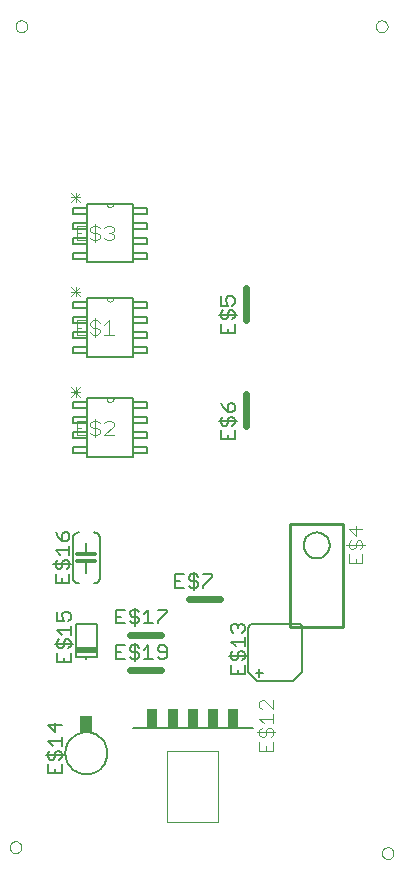
<source format=gto>
G75*
%MOIN*%
%OFA0B0*%
%FSLAX24Y24*%
%IPPOS*%
%LPD*%
%AMOC8*
5,1,8,0,0,1.08239X$1,22.5*
%
%ADD10C,0.0000*%
%ADD11C,0.0100*%
%ADD12C,0.0060*%
%ADD13C,0.0040*%
%ADD14C,0.0080*%
%ADD15R,0.0380X0.0660*%
%ADD16C,0.0038*%
%ADD17C,0.0050*%
%ADD18R,0.0700X0.0200*%
%ADD19C,0.0240*%
%ADD20R,0.0420X0.0540*%
%ADD21C,0.0120*%
%ADD22C,0.0030*%
D10*
X002383Y002580D02*
X002385Y002607D01*
X002391Y002634D01*
X002400Y002660D01*
X002413Y002684D01*
X002429Y002707D01*
X002448Y002726D01*
X002470Y002743D01*
X002494Y002757D01*
X002519Y002767D01*
X002546Y002774D01*
X002573Y002777D01*
X002601Y002776D01*
X002628Y002771D01*
X002654Y002763D01*
X002678Y002751D01*
X002701Y002735D01*
X002722Y002717D01*
X002739Y002696D01*
X002754Y002672D01*
X002765Y002647D01*
X002773Y002621D01*
X002777Y002594D01*
X002777Y002566D01*
X002773Y002539D01*
X002765Y002513D01*
X002754Y002488D01*
X002739Y002464D01*
X002722Y002443D01*
X002701Y002425D01*
X002679Y002409D01*
X002654Y002397D01*
X002628Y002389D01*
X002601Y002384D01*
X002573Y002383D01*
X002546Y002386D01*
X002519Y002393D01*
X002494Y002403D01*
X002470Y002417D01*
X002448Y002434D01*
X002429Y002453D01*
X002413Y002476D01*
X002400Y002500D01*
X002391Y002526D01*
X002385Y002553D01*
X002383Y002580D01*
X005610Y017537D02*
X005613Y017516D01*
X005619Y017496D01*
X005629Y017478D01*
X005641Y017461D01*
X005657Y017447D01*
X005674Y017436D01*
X005694Y017428D01*
X005714Y017423D01*
X005735Y017422D01*
X005756Y017425D01*
X005776Y017431D01*
X005794Y017441D01*
X005811Y017453D01*
X005825Y017469D01*
X005836Y017486D01*
X005844Y017506D01*
X005849Y017526D01*
X005850Y017547D01*
X005610Y020883D02*
X005613Y020862D01*
X005619Y020842D01*
X005629Y020824D01*
X005641Y020807D01*
X005657Y020793D01*
X005674Y020782D01*
X005694Y020774D01*
X005714Y020769D01*
X005735Y020768D01*
X005756Y020771D01*
X005776Y020777D01*
X005794Y020787D01*
X005811Y020799D01*
X005825Y020815D01*
X005836Y020832D01*
X005844Y020852D01*
X005849Y020872D01*
X005850Y020893D01*
X005610Y024033D02*
X005613Y024012D01*
X005619Y023992D01*
X005629Y023974D01*
X005641Y023957D01*
X005657Y023943D01*
X005674Y023932D01*
X005694Y023924D01*
X005714Y023919D01*
X005735Y023918D01*
X005756Y023921D01*
X005776Y023927D01*
X005794Y023937D01*
X005811Y023949D01*
X005825Y023965D01*
X005836Y023982D01*
X005844Y024002D01*
X005849Y024022D01*
X005850Y024043D01*
X002580Y029943D02*
X002582Y029970D01*
X002588Y029997D01*
X002597Y030023D01*
X002610Y030047D01*
X002626Y030070D01*
X002645Y030089D01*
X002667Y030106D01*
X002691Y030120D01*
X002716Y030130D01*
X002743Y030137D01*
X002770Y030140D01*
X002798Y030139D01*
X002825Y030134D01*
X002851Y030126D01*
X002875Y030114D01*
X002898Y030098D01*
X002919Y030080D01*
X002936Y030059D01*
X002951Y030035D01*
X002962Y030010D01*
X002970Y029984D01*
X002974Y029957D01*
X002974Y029929D01*
X002970Y029902D01*
X002962Y029876D01*
X002951Y029851D01*
X002936Y029827D01*
X002919Y029806D01*
X002898Y029788D01*
X002876Y029772D01*
X002851Y029760D01*
X002825Y029752D01*
X002798Y029747D01*
X002770Y029746D01*
X002743Y029749D01*
X002716Y029756D01*
X002691Y029766D01*
X002667Y029780D01*
X002645Y029797D01*
X002626Y029816D01*
X002610Y029839D01*
X002597Y029863D01*
X002588Y029889D01*
X002582Y029916D01*
X002580Y029943D01*
X014588Y029943D02*
X014590Y029970D01*
X014596Y029997D01*
X014605Y030023D01*
X014618Y030047D01*
X014634Y030070D01*
X014653Y030089D01*
X014675Y030106D01*
X014699Y030120D01*
X014724Y030130D01*
X014751Y030137D01*
X014778Y030140D01*
X014806Y030139D01*
X014833Y030134D01*
X014859Y030126D01*
X014883Y030114D01*
X014906Y030098D01*
X014927Y030080D01*
X014944Y030059D01*
X014959Y030035D01*
X014970Y030010D01*
X014978Y029984D01*
X014982Y029957D01*
X014982Y029929D01*
X014978Y029902D01*
X014970Y029876D01*
X014959Y029851D01*
X014944Y029827D01*
X014927Y029806D01*
X014906Y029788D01*
X014884Y029772D01*
X014859Y029760D01*
X014833Y029752D01*
X014806Y029747D01*
X014778Y029746D01*
X014751Y029749D01*
X014724Y029756D01*
X014699Y029766D01*
X014675Y029780D01*
X014653Y029797D01*
X014634Y029816D01*
X014618Y029839D01*
X014605Y029863D01*
X014596Y029889D01*
X014590Y029916D01*
X014588Y029943D01*
X014785Y002383D02*
X014787Y002410D01*
X014793Y002437D01*
X014802Y002463D01*
X014815Y002487D01*
X014831Y002510D01*
X014850Y002529D01*
X014872Y002546D01*
X014896Y002560D01*
X014921Y002570D01*
X014948Y002577D01*
X014975Y002580D01*
X015003Y002579D01*
X015030Y002574D01*
X015056Y002566D01*
X015080Y002554D01*
X015103Y002538D01*
X015124Y002520D01*
X015141Y002499D01*
X015156Y002475D01*
X015167Y002450D01*
X015175Y002424D01*
X015179Y002397D01*
X015179Y002369D01*
X015175Y002342D01*
X015167Y002316D01*
X015156Y002291D01*
X015141Y002267D01*
X015124Y002246D01*
X015103Y002228D01*
X015081Y002212D01*
X015056Y002200D01*
X015030Y002192D01*
X015003Y002187D01*
X014975Y002186D01*
X014948Y002189D01*
X014921Y002196D01*
X014896Y002206D01*
X014872Y002220D01*
X014850Y002237D01*
X014831Y002256D01*
X014815Y002279D01*
X014802Y002303D01*
X014793Y002329D01*
X014787Y002356D01*
X014785Y002383D01*
D11*
X013506Y009923D02*
X011734Y009923D01*
X011734Y013348D01*
X013506Y013348D01*
X013506Y009923D01*
D12*
X012142Y009876D02*
X012142Y008426D01*
X011842Y008126D01*
X010642Y008126D01*
X010342Y008426D01*
X010342Y009876D01*
X010344Y009899D01*
X010349Y009922D01*
X010358Y009944D01*
X010371Y009964D01*
X010386Y009982D01*
X010404Y009997D01*
X010424Y010010D01*
X010446Y010019D01*
X010469Y010024D01*
X010492Y010026D01*
X011992Y010026D01*
X012015Y010024D01*
X012038Y010019D01*
X012060Y010010D01*
X012080Y009997D01*
X012098Y009982D01*
X012113Y009964D01*
X012126Y009944D01*
X012135Y009922D01*
X012140Y009899D01*
X012142Y009876D01*
X010832Y008376D02*
X010582Y008376D01*
X010702Y008506D02*
X010702Y008246D01*
X012186Y012639D02*
X012188Y012680D01*
X012194Y012721D01*
X012204Y012761D01*
X012217Y012800D01*
X012234Y012838D01*
X012255Y012874D01*
X012279Y012907D01*
X012306Y012938D01*
X012336Y012967D01*
X012368Y012993D01*
X012403Y013015D01*
X012440Y013034D01*
X012478Y013049D01*
X012518Y013061D01*
X012558Y013069D01*
X012599Y013073D01*
X012641Y013073D01*
X012682Y013069D01*
X012722Y013061D01*
X012762Y013049D01*
X012800Y013034D01*
X012837Y013015D01*
X012872Y012993D01*
X012904Y012967D01*
X012934Y012938D01*
X012961Y012907D01*
X012985Y012874D01*
X013006Y012838D01*
X013023Y012800D01*
X013036Y012761D01*
X013046Y012721D01*
X013052Y012680D01*
X013054Y012639D01*
X013052Y012598D01*
X013046Y012557D01*
X013036Y012517D01*
X013023Y012478D01*
X013006Y012440D01*
X012985Y012404D01*
X012961Y012371D01*
X012934Y012340D01*
X012904Y012311D01*
X012872Y012285D01*
X012837Y012263D01*
X012800Y012244D01*
X012762Y012229D01*
X012722Y012217D01*
X012682Y012209D01*
X012641Y012205D01*
X012599Y012205D01*
X012558Y012209D01*
X012518Y012217D01*
X012478Y012229D01*
X012440Y012244D01*
X012403Y012263D01*
X012368Y012285D01*
X012336Y012311D01*
X012306Y012340D01*
X012279Y012371D01*
X012255Y012404D01*
X012234Y012440D01*
X012217Y012478D01*
X012204Y012517D01*
X012194Y012557D01*
X012188Y012598D01*
X012186Y012639D01*
X006950Y015707D02*
X006950Y015907D01*
X006510Y015907D01*
X006510Y015707D01*
X006950Y015707D01*
X006950Y016207D02*
X006950Y016407D01*
X006510Y016407D01*
X006510Y016207D01*
X006950Y016207D01*
X006950Y016707D02*
X006510Y016707D01*
X006510Y016907D01*
X006950Y016907D01*
X006950Y016707D01*
X006950Y017207D02*
X006950Y017407D01*
X006510Y017407D01*
X006510Y017207D01*
X006950Y017207D01*
X006510Y017537D02*
X005610Y017537D01*
X004950Y017537D01*
X004950Y015577D01*
X006510Y015577D01*
X006510Y017537D01*
X006510Y018923D02*
X006510Y020883D01*
X005610Y020883D01*
X004950Y020883D01*
X004950Y018923D01*
X006510Y018923D01*
X006510Y019053D02*
X006950Y019053D01*
X006950Y019253D01*
X006510Y019253D01*
X006510Y019053D01*
X006510Y019553D02*
X006950Y019553D01*
X006950Y019753D01*
X006510Y019753D01*
X006510Y019553D01*
X006510Y020053D02*
X006950Y020053D01*
X006950Y020253D01*
X006510Y020253D01*
X006510Y020053D01*
X006510Y020553D02*
X006950Y020553D01*
X006950Y020753D01*
X006510Y020753D01*
X006510Y020553D01*
X006510Y022073D02*
X006510Y024033D01*
X005610Y024033D01*
X004950Y024033D01*
X004950Y022073D01*
X006510Y022073D01*
X006510Y022203D02*
X006950Y022203D01*
X006950Y022403D01*
X006510Y022403D01*
X006510Y022203D01*
X006510Y022703D02*
X006950Y022703D01*
X006950Y022903D01*
X006510Y022903D01*
X006510Y022703D01*
X006510Y023203D02*
X006950Y023203D01*
X006950Y023403D01*
X006510Y023403D01*
X006510Y023203D01*
X006510Y023703D02*
X006950Y023703D01*
X006950Y023903D01*
X006510Y023903D01*
X006510Y023703D01*
X004950Y023703D02*
X004510Y023703D01*
X004510Y023903D01*
X004950Y023903D01*
X004950Y023703D01*
X004950Y023403D02*
X004510Y023403D01*
X004510Y023203D01*
X004950Y023203D01*
X004950Y023403D01*
X004950Y022903D02*
X004510Y022903D01*
X004510Y022703D01*
X004950Y022703D01*
X004950Y022903D01*
X004950Y022403D02*
X004510Y022403D01*
X004510Y022203D01*
X004950Y022203D01*
X004950Y022403D01*
X004950Y020753D02*
X004510Y020753D01*
X004510Y020553D01*
X004950Y020553D01*
X004950Y020753D01*
X004950Y020253D02*
X004510Y020253D01*
X004510Y020053D01*
X004950Y020053D01*
X004950Y020253D01*
X004950Y019753D02*
X004510Y019753D01*
X004510Y019553D01*
X004950Y019553D01*
X004950Y019753D01*
X004950Y019253D02*
X004510Y019253D01*
X004510Y019053D01*
X004950Y019053D01*
X004950Y019253D01*
X004950Y017407D02*
X004510Y017407D01*
X004510Y017207D01*
X004950Y017207D01*
X004950Y017407D01*
X004950Y016907D02*
X004510Y016907D01*
X004510Y016707D01*
X004950Y016707D01*
X004950Y016907D01*
X004950Y016407D02*
X004510Y016407D01*
X004510Y016207D01*
X004950Y016207D01*
X004950Y016407D01*
X004950Y015907D02*
X004510Y015907D01*
X004510Y015707D01*
X004950Y015707D01*
X004950Y015907D01*
X005193Y013076D02*
X005219Y013074D01*
X005245Y013069D01*
X005270Y013061D01*
X005293Y013049D01*
X005315Y013035D01*
X005334Y013017D01*
X005352Y012998D01*
X005366Y012976D01*
X005378Y012953D01*
X005386Y012928D01*
X005391Y012902D01*
X005393Y012876D01*
X005393Y011576D01*
X005391Y011550D01*
X005386Y011524D01*
X005378Y011499D01*
X005366Y011476D01*
X005352Y011454D01*
X005334Y011435D01*
X005315Y011417D01*
X005293Y011403D01*
X005270Y011391D01*
X005245Y011383D01*
X005219Y011378D01*
X005193Y011376D01*
X004943Y011726D02*
X004943Y012106D01*
X004943Y012356D02*
X004943Y012726D01*
X004693Y013076D02*
X004667Y013074D01*
X004641Y013069D01*
X004616Y013061D01*
X004593Y013049D01*
X004571Y013035D01*
X004552Y013017D01*
X004534Y012998D01*
X004520Y012976D01*
X004508Y012953D01*
X004500Y012928D01*
X004495Y012902D01*
X004493Y012876D01*
X004493Y011576D01*
X004495Y011550D01*
X004500Y011524D01*
X004508Y011499D01*
X004520Y011476D01*
X004534Y011454D01*
X004552Y011435D01*
X004571Y011417D01*
X004593Y011403D01*
X004616Y011391D01*
X004641Y011383D01*
X004667Y011378D01*
X004693Y011376D01*
X004943Y010070D02*
X004943Y010020D01*
X004593Y010020D01*
X004593Y008920D01*
X004943Y008920D01*
X005293Y008920D01*
X005293Y010020D01*
X004943Y010020D01*
X004943Y008920D02*
X004943Y008870D01*
X004243Y005714D02*
X004245Y005766D01*
X004251Y005818D01*
X004261Y005870D01*
X004274Y005920D01*
X004291Y005970D01*
X004312Y006018D01*
X004337Y006064D01*
X004365Y006108D01*
X004396Y006150D01*
X004430Y006190D01*
X004467Y006227D01*
X004507Y006261D01*
X004549Y006292D01*
X004593Y006320D01*
X004639Y006345D01*
X004687Y006366D01*
X004737Y006383D01*
X004787Y006396D01*
X004839Y006406D01*
X004891Y006412D01*
X004943Y006414D01*
X004995Y006412D01*
X005047Y006406D01*
X005099Y006396D01*
X005149Y006383D01*
X005199Y006366D01*
X005247Y006345D01*
X005293Y006320D01*
X005337Y006292D01*
X005379Y006261D01*
X005419Y006227D01*
X005456Y006190D01*
X005490Y006150D01*
X005521Y006108D01*
X005549Y006064D01*
X005574Y006018D01*
X005595Y005970D01*
X005612Y005920D01*
X005625Y005870D01*
X005635Y005818D01*
X005641Y005766D01*
X005643Y005714D01*
X005641Y005662D01*
X005635Y005610D01*
X005625Y005558D01*
X005612Y005508D01*
X005595Y005458D01*
X005574Y005410D01*
X005549Y005364D01*
X005521Y005320D01*
X005490Y005278D01*
X005456Y005238D01*
X005419Y005201D01*
X005379Y005167D01*
X005337Y005136D01*
X005293Y005108D01*
X005247Y005083D01*
X005199Y005062D01*
X005149Y005045D01*
X005099Y005032D01*
X005047Y005022D01*
X004995Y005016D01*
X004943Y005014D01*
X004891Y005016D01*
X004839Y005022D01*
X004787Y005032D01*
X004737Y005045D01*
X004687Y005062D01*
X004639Y005083D01*
X004593Y005108D01*
X004549Y005136D01*
X004507Y005167D01*
X004467Y005201D01*
X004430Y005238D01*
X004396Y005278D01*
X004365Y005320D01*
X004337Y005364D01*
X004312Y005410D01*
X004291Y005458D01*
X004274Y005508D01*
X004261Y005558D01*
X004251Y005610D01*
X004245Y005662D01*
X004243Y005714D01*
D13*
X010629Y006406D02*
X011243Y006406D01*
X011166Y006483D02*
X011089Y006559D01*
X011012Y006559D01*
X010936Y006483D01*
X010936Y006329D01*
X010859Y006253D01*
X010782Y006253D01*
X010705Y006329D01*
X010705Y006483D01*
X010782Y006559D01*
X010859Y006713D02*
X010705Y006866D01*
X011166Y006866D01*
X011166Y006713D02*
X011166Y007020D01*
X011166Y007173D02*
X010859Y007480D01*
X010782Y007480D01*
X010705Y007404D01*
X010705Y007250D01*
X010782Y007173D01*
X011166Y007173D02*
X011166Y007480D01*
X011166Y006483D02*
X011166Y006329D01*
X011089Y006253D01*
X011166Y006099D02*
X011166Y005792D01*
X010705Y005792D01*
X010705Y006099D01*
X010936Y005946D02*
X010936Y005792D01*
X013683Y012046D02*
X014143Y012046D01*
X014143Y012353D01*
X014066Y012506D02*
X014143Y012583D01*
X014143Y012736D01*
X014066Y012813D01*
X013990Y012813D01*
X013913Y012736D01*
X013913Y012583D01*
X013836Y012506D01*
X013759Y012506D01*
X013683Y012583D01*
X013683Y012736D01*
X013759Y012813D01*
X013606Y012660D02*
X014220Y012660D01*
X014143Y013197D02*
X013683Y013197D01*
X013913Y012967D01*
X013913Y013274D01*
X013683Y012353D02*
X013683Y012046D01*
X013913Y012046D02*
X013913Y012199D01*
D14*
X010491Y006548D02*
X006480Y006548D01*
D15*
X007146Y006844D03*
X007816Y006844D03*
X008486Y006844D03*
X009156Y006844D03*
X009826Y006844D03*
D16*
X009343Y005774D02*
X009343Y003431D01*
X007629Y003431D01*
X007629Y005774D01*
X009343Y005774D01*
D17*
X009766Y008351D02*
X010217Y008351D01*
X010217Y008652D01*
X010142Y008812D02*
X010217Y008887D01*
X010217Y009037D01*
X010142Y009112D01*
X010067Y009112D01*
X009992Y009037D01*
X009992Y008887D01*
X009916Y008812D01*
X009841Y008812D01*
X009766Y008887D01*
X009766Y009037D01*
X009841Y009112D01*
X009916Y009272D02*
X009766Y009422D01*
X010217Y009422D01*
X010217Y009272D02*
X010217Y009572D01*
X010142Y009733D02*
X010217Y009808D01*
X010217Y009958D01*
X010142Y010033D01*
X010067Y010033D01*
X009992Y009958D01*
X009992Y009883D01*
X009992Y009958D02*
X009916Y010033D01*
X009841Y010033D01*
X009766Y009958D01*
X009766Y009808D01*
X009841Y009733D01*
X009691Y008962D02*
X010292Y008962D01*
X009992Y008502D02*
X009992Y008351D01*
X009766Y008351D02*
X009766Y008652D01*
X008515Y011148D02*
X008515Y011748D01*
X008440Y011673D02*
X008590Y011673D01*
X008665Y011598D01*
X008590Y011448D02*
X008440Y011448D01*
X008365Y011523D01*
X008365Y011598D01*
X008440Y011673D01*
X008590Y011448D02*
X008665Y011373D01*
X008665Y011298D01*
X008590Y011223D01*
X008440Y011223D01*
X008365Y011298D01*
X008205Y011223D02*
X007905Y011223D01*
X007905Y011673D01*
X008205Y011673D01*
X008055Y011448D02*
X007905Y011448D01*
X007617Y010492D02*
X007317Y010492D01*
X007617Y010492D02*
X007617Y010417D01*
X007317Y010117D01*
X007317Y010042D01*
X007157Y010042D02*
X006857Y010042D01*
X007007Y010042D02*
X007007Y010492D01*
X006857Y010342D01*
X006697Y010417D02*
X006622Y010492D01*
X006471Y010492D01*
X006396Y010417D01*
X006396Y010342D01*
X006471Y010267D01*
X006622Y010267D01*
X006697Y010192D01*
X006697Y010117D01*
X006622Y010042D01*
X006471Y010042D01*
X006396Y010117D01*
X006236Y010042D02*
X005936Y010042D01*
X005936Y010492D01*
X006236Y010492D01*
X006086Y010267D02*
X005936Y010267D01*
X006547Y010567D02*
X006547Y009967D01*
X006547Y009386D02*
X006547Y008786D01*
X006471Y008861D02*
X006622Y008861D01*
X006697Y008936D01*
X006697Y009011D01*
X006622Y009086D01*
X006471Y009086D01*
X006396Y009161D01*
X006396Y009236D01*
X006471Y009311D01*
X006622Y009311D01*
X006697Y009236D01*
X006857Y009161D02*
X007007Y009311D01*
X007007Y008861D01*
X006857Y008861D02*
X007157Y008861D01*
X007317Y008936D02*
X007392Y008861D01*
X007542Y008861D01*
X007617Y008936D01*
X007617Y009236D01*
X007542Y009311D01*
X007392Y009311D01*
X007317Y009236D01*
X007317Y009161D01*
X007392Y009086D01*
X007617Y009086D01*
X006471Y008861D02*
X006396Y008936D01*
X006236Y008861D02*
X005936Y008861D01*
X005936Y009311D01*
X006236Y009311D01*
X006086Y009086D02*
X005936Y009086D01*
X004493Y009356D02*
X003892Y009356D01*
X003967Y009431D02*
X004042Y009506D01*
X003967Y009431D02*
X003967Y009281D01*
X004042Y009205D01*
X004117Y009205D01*
X004192Y009281D01*
X004192Y009431D01*
X004267Y009506D01*
X004342Y009506D01*
X004418Y009431D01*
X004418Y009281D01*
X004342Y009205D01*
X004418Y009045D02*
X004418Y008745D01*
X003967Y008745D01*
X003967Y009045D01*
X004192Y008895D02*
X004192Y008745D01*
X004117Y009666D02*
X003967Y009816D01*
X004418Y009816D01*
X004418Y009666D02*
X004418Y009966D01*
X004342Y010126D02*
X004418Y010201D01*
X004418Y010351D01*
X004342Y010427D01*
X004192Y010427D01*
X004117Y010351D01*
X004117Y010276D01*
X004192Y010126D01*
X003967Y010126D01*
X003967Y010427D01*
X003917Y011401D02*
X004368Y011401D01*
X004368Y011701D01*
X004292Y011861D02*
X004368Y011936D01*
X004368Y012087D01*
X004292Y012162D01*
X004217Y012162D01*
X004142Y012087D01*
X004142Y011936D01*
X004067Y011861D01*
X003992Y011861D01*
X003917Y011936D01*
X003917Y012087D01*
X003992Y012162D01*
X004067Y012322D02*
X003917Y012472D01*
X004368Y012472D01*
X004368Y012322D02*
X004368Y012622D01*
X004292Y012782D02*
X004368Y012857D01*
X004368Y013007D01*
X004292Y013082D01*
X004217Y013082D01*
X004142Y013007D01*
X004142Y012782D01*
X004292Y012782D01*
X004142Y012782D02*
X003992Y012932D01*
X003917Y013082D01*
X003842Y012012D02*
X004443Y012012D01*
X004142Y011551D02*
X004142Y011401D01*
X003917Y011401D02*
X003917Y011701D01*
X003892Y006721D02*
X003892Y006420D01*
X003667Y006646D01*
X004118Y006646D01*
X004118Y006260D02*
X004118Y005960D01*
X004118Y006110D02*
X003667Y006110D01*
X003817Y005960D01*
X003742Y005800D02*
X003667Y005725D01*
X003667Y005575D01*
X003742Y005500D01*
X003817Y005500D01*
X003892Y005575D01*
X003892Y005725D01*
X003967Y005800D01*
X004042Y005800D01*
X004118Y005725D01*
X004118Y005575D01*
X004042Y005500D01*
X004118Y005339D02*
X004118Y005039D01*
X003667Y005039D01*
X003667Y005339D01*
X003892Y005189D02*
X003892Y005039D01*
X003592Y005650D02*
X004193Y005650D01*
X008825Y011223D02*
X008825Y011298D01*
X009126Y011598D01*
X009126Y011673D01*
X008825Y011673D01*
X009432Y016172D02*
X009882Y016172D01*
X009882Y016473D01*
X009807Y016633D02*
X009882Y016708D01*
X009882Y016858D01*
X009807Y016933D01*
X009732Y016933D01*
X009657Y016858D01*
X009657Y016708D01*
X009582Y016633D01*
X009507Y016633D01*
X009432Y016708D01*
X009432Y016858D01*
X009507Y016933D01*
X009357Y016783D02*
X009958Y016783D01*
X009807Y017093D02*
X009882Y017168D01*
X009882Y017318D01*
X009807Y017393D01*
X009732Y017393D01*
X009657Y017318D01*
X009657Y017093D01*
X009807Y017093D01*
X009657Y017093D02*
X009507Y017243D01*
X009432Y017393D01*
X009432Y016473D02*
X009432Y016172D01*
X009657Y016172D02*
X009657Y016322D01*
X009657Y019716D02*
X009657Y019866D01*
X009432Y020016D02*
X009432Y019716D01*
X009882Y019716D01*
X009882Y020016D01*
X009807Y020176D02*
X009882Y020251D01*
X009882Y020401D01*
X009807Y020476D01*
X009732Y020476D01*
X009657Y020401D01*
X009657Y020251D01*
X009582Y020176D01*
X009507Y020176D01*
X009432Y020251D01*
X009432Y020401D01*
X009507Y020476D01*
X009432Y020636D02*
X009657Y020636D01*
X009582Y020786D01*
X009582Y020862D01*
X009657Y020937D01*
X009807Y020937D01*
X009882Y020862D01*
X009882Y020711D01*
X009807Y020636D01*
X009958Y020326D02*
X009357Y020326D01*
X009432Y020636D02*
X009432Y020937D01*
D18*
X004943Y009170D03*
D19*
X006381Y009667D02*
X007441Y009667D01*
X007441Y008486D02*
X006381Y008486D01*
X008350Y010848D02*
X009410Y010848D01*
X010257Y016617D02*
X010257Y017677D01*
X010257Y020161D02*
X010257Y021221D01*
D20*
X004943Y006694D03*
D21*
X004943Y012106D02*
X004643Y012106D01*
X004643Y012356D02*
X004943Y012356D01*
X005243Y012356D01*
X005243Y012106D02*
X004943Y012106D01*
D22*
X005232Y016243D02*
X005232Y016870D01*
X005154Y016792D02*
X005311Y016792D01*
X005389Y016714D01*
X005536Y016714D02*
X005614Y016792D01*
X005771Y016792D01*
X005849Y016714D01*
X005849Y016635D01*
X005536Y016322D01*
X005849Y016322D01*
X005389Y016400D02*
X005389Y016478D01*
X005311Y016557D01*
X005154Y016557D01*
X005075Y016635D01*
X005075Y016714D01*
X005154Y016792D01*
X004929Y016792D02*
X004615Y016792D01*
X004615Y016322D01*
X004929Y016322D01*
X005075Y016400D02*
X005154Y016322D01*
X005311Y016322D01*
X005389Y016400D01*
X004772Y016557D02*
X004615Y016557D01*
X004582Y017590D02*
X004582Y017904D01*
X004739Y017904D02*
X004425Y017590D01*
X004425Y017747D02*
X004739Y017747D01*
X004739Y017590D02*
X004425Y017904D01*
X004615Y019668D02*
X004929Y019668D01*
X005075Y019747D02*
X005154Y019668D01*
X005311Y019668D01*
X005389Y019747D01*
X005389Y019825D01*
X005311Y019903D01*
X005154Y019903D01*
X005075Y019982D01*
X005075Y020060D01*
X005154Y020139D01*
X005311Y020139D01*
X005389Y020060D01*
X005536Y019982D02*
X005693Y020139D01*
X005693Y019668D01*
X005849Y019668D02*
X005536Y019668D01*
X005232Y019590D02*
X005232Y020217D01*
X004929Y020139D02*
X004615Y020139D01*
X004615Y019668D01*
X004615Y019903D02*
X004772Y019903D01*
X004739Y020937D02*
X004425Y021250D01*
X004425Y021093D02*
X004739Y021093D01*
X004739Y021250D02*
X004425Y020937D01*
X004582Y020937D02*
X004582Y021250D01*
X005232Y022739D02*
X005232Y023367D01*
X005154Y023288D02*
X005311Y023288D01*
X005389Y023210D01*
X005536Y023210D02*
X005614Y023288D01*
X005771Y023288D01*
X005849Y023210D01*
X005849Y023131D01*
X005771Y023053D01*
X005849Y022975D01*
X005849Y022896D01*
X005771Y022818D01*
X005614Y022818D01*
X005536Y022896D01*
X005389Y022896D02*
X005389Y022975D01*
X005311Y023053D01*
X005154Y023053D01*
X005075Y023131D01*
X005075Y023210D01*
X005154Y023288D01*
X004929Y023288D02*
X004615Y023288D01*
X004615Y022818D01*
X004929Y022818D01*
X005075Y022896D02*
X005154Y022818D01*
X005311Y022818D01*
X005389Y022896D01*
X005693Y023053D02*
X005771Y023053D01*
X004772Y023053D02*
X004615Y023053D01*
X004582Y024086D02*
X004582Y024400D01*
X004739Y024400D02*
X004425Y024086D01*
X004425Y024243D02*
X004739Y024243D01*
X004739Y024086D02*
X004425Y024400D01*
M02*

</source>
